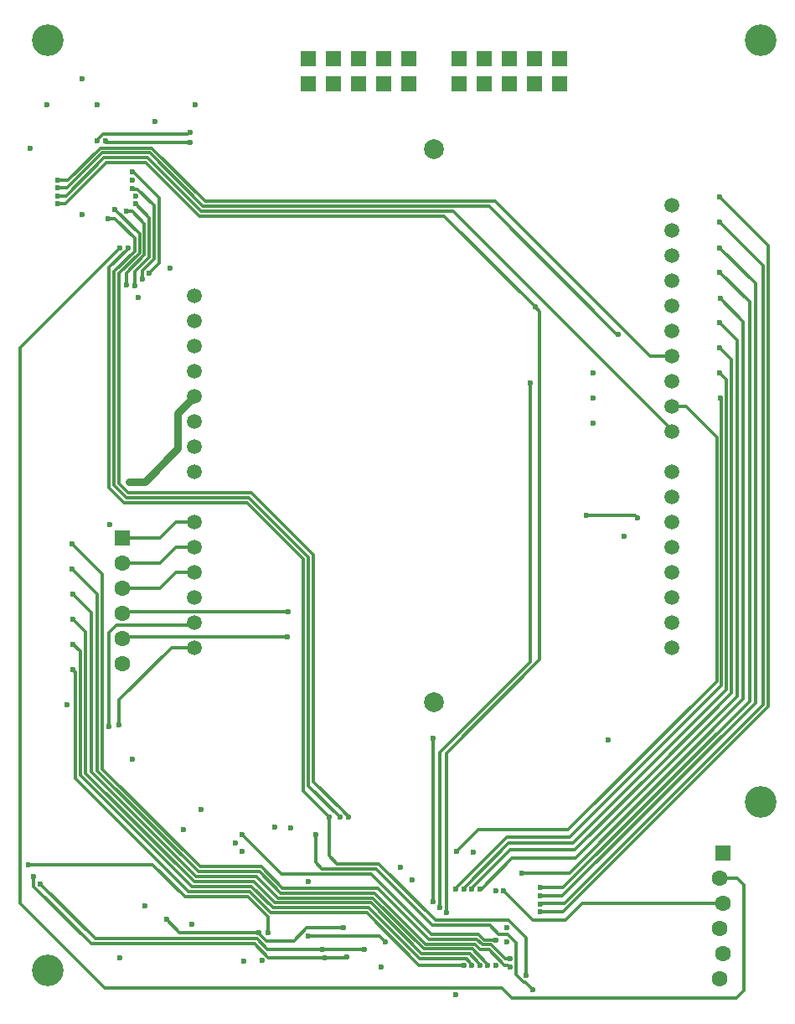
<source format=gbl>
G04*
G04 #@! TF.GenerationSoftware,Altium Limited,Altium Designer,19.0.14 (431)*
G04*
G04 Layer_Physical_Order=4*
G04 Layer_Color=16711680*
%FSLAX44Y44*%
%MOMM*%
G71*
G01*
G75*
%ADD50C,0.3000*%
%ADD53C,0.8000*%
%ADD56R,1.6000X1.6000*%
%ADD57C,2.0000*%
%ADD58C,1.5000*%
%ADD59C,3.2000*%
%ADD60R,1.6000X1.6000*%
%ADD61C,1.6000*%
%ADD62C,0.6000*%
D50*
X715780Y331986D02*
Y578858D01*
X565658Y181864D02*
X715780Y331986D01*
X474472Y181864D02*
X565658D01*
X449674Y807118D02*
X670400Y586392D01*
Y584190D02*
Y586392D01*
Y609590D02*
X685048D01*
X715780Y578858D01*
X72486Y237642D02*
X185574Y124554D01*
X267154Y103190D02*
X364039D01*
X78072Y239127D02*
X187645Y129554D01*
X269449Y108190D02*
X366110D01*
X83914Y240356D02*
X189716Y134554D01*
X272159Y113190D02*
X368181D01*
X89756Y241585D02*
X191787Y139554D01*
X275007Y118190D02*
X370252D01*
X95090Y243322D02*
X193858Y144554D01*
X277078Y123190D02*
X373634D01*
X255715Y144554D02*
X277078Y123190D01*
X193858Y144554D02*
X255715D01*
X253643Y139554D02*
X275007Y118190D01*
X191787Y139554D02*
X253643D01*
X250795Y134554D02*
X272159Y113190D01*
X189716Y134554D02*
X250795D01*
X248085Y129554D02*
X269449Y108190D01*
X187645Y129554D02*
X248085D01*
X245790Y124554D02*
X267154Y103190D01*
X185574Y124554D02*
X245790D01*
X614680Y683006D02*
X616204D01*
X485568Y812118D02*
X614680Y683006D01*
X116922Y512826D02*
X241046D01*
X101848Y527900D02*
Y750008D01*
X118993Y517826D02*
X243117D01*
X106848Y529971D02*
Y746200D01*
X101848Y527900D02*
X116922Y512826D01*
X106848Y529971D02*
X118993Y517826D01*
X121064Y522826D02*
X245188D01*
X111848Y532042D02*
X121064Y522826D01*
X111848Y532042D02*
Y744129D01*
X128364Y814314D02*
X142404Y800274D01*
Y760543D02*
Y800274D01*
X137404Y762614D02*
Y794100D01*
X124810Y806694D02*
X137404Y794100D01*
X119220Y806694D02*
X124810D01*
X127404Y766757D02*
Y779630D01*
X107696Y799338D02*
X127404Y779630D01*
X100838Y799338D02*
X107696D01*
X243719Y119554D02*
X265083Y98190D01*
X182028Y119554D02*
X243719D01*
X67404Y234178D02*
X182028Y119554D01*
X241648Y114554D02*
X262128Y94074D01*
X178148Y114554D02*
X241648D01*
X145636Y147066D02*
X178148Y114554D01*
X736640Y133056D02*
X743204Y126492D01*
Y19812D02*
Y126492D01*
X735330Y11938D02*
X743204Y19812D01*
X767765Y306438D02*
Y772321D01*
X718914Y821173D02*
X767765Y772321D01*
X308356Y230632D02*
X337416Y201572D01*
X107696Y808736D02*
X132404Y784028D01*
X106848Y746200D02*
X127404Y766757D01*
X152404Y754280D02*
Y820542D01*
X147404Y758472D02*
Y812726D01*
X265083Y98190D02*
X361968D01*
X303356Y226488D02*
X334772Y195072D01*
X303356Y226488D02*
Y457587D01*
X243117Y517826D02*
X303356Y457587D01*
X245188Y522826D02*
X308356Y459658D01*
X111848Y744129D02*
X132404Y764685D01*
X308356Y230632D02*
Y459658D01*
X298196Y221234D02*
Y455676D01*
X241046Y512826D02*
X298196Y455676D01*
X371174Y142668D02*
X428418Y85424D01*
X261595Y61076D02*
X359632D01*
X262524Y53076D02*
X341724D01*
X25400Y124666D02*
X83334Y66732D01*
X248868D01*
X262524Y53076D01*
X504662Y76802D02*
X513136Y68328D01*
Y35686D02*
Y68328D01*
Y35686D02*
X520525Y28297D01*
X522117D01*
X529844Y20570D01*
X126120Y846826D02*
X152404Y820542D01*
X125570Y846826D02*
X126120D01*
X130642Y829488D02*
X147404Y812726D01*
X125632Y829488D02*
X130642D01*
X125058Y830062D02*
X125632Y829488D01*
X343865Y195123D02*
Y195172D01*
Y195123D02*
X343916Y195072D01*
X428418Y85424D02*
X486850D01*
X495472Y76802D01*
X504662D01*
X101848Y750008D02*
X120904Y769064D01*
Y769874D01*
X32258Y127000D02*
X87526Y71732D01*
X250939D01*
X261595Y61076D01*
X25400Y124666D02*
Y134874D01*
X337464Y201572D02*
X343865Y195172D01*
X301244Y82804D02*
X338836D01*
X288290Y69850D02*
X301244Y82804D01*
X260584Y69850D02*
X288290D01*
X254738Y75696D02*
X260584Y69850D01*
X254738Y75696D02*
Y75920D01*
X253238Y77420D02*
X254738Y75920D01*
X253238Y77420D02*
Y78232D01*
X452882Y160274D02*
X474472Y181864D01*
X19812Y147066D02*
X145636D01*
X12042Y107338D02*
Y669394D01*
Y107338D02*
X97282Y22098D01*
X12042Y669394D02*
X112776Y770128D01*
X527050Y351241D02*
Y633222D01*
X435864Y260055D02*
X527050Y351241D01*
X532384Y710184D02*
X536702Y705866D01*
X435864Y103378D02*
Y260055D01*
X440450Y802118D02*
X532384Y710184D01*
X98806Y855980D02*
X138684D01*
X192546Y802118D01*
X57346Y814520D02*
X98806Y855980D01*
X192546Y802118D02*
X440450D01*
X49422Y814520D02*
X57346D01*
X442468Y98552D02*
Y259588D01*
X380586Y68570D02*
Y68824D01*
X374998Y74412D02*
X380586Y68824D01*
X302862Y74412D02*
X374998D01*
X536702Y353822D02*
Y705866D01*
X442468Y259588D02*
X536702Y353822D01*
X429260Y109220D02*
Y262382D01*
X429514Y262636D01*
Y274828D01*
X324104Y155702D02*
X332138Y147668D01*
X324104Y155702D02*
Y195326D01*
X332138Y147668D02*
X374048D01*
X431292Y90424D01*
X316818Y142668D02*
X371174D01*
X431292Y90424D02*
X505592D01*
X522986Y73030D01*
Y35028D02*
Y73030D01*
X475183Y76636D02*
X480953Y70866D01*
X427554Y76636D02*
X475183D01*
X473112Y71636D02*
X478882Y65866D01*
X425188Y71636D02*
X473112D01*
X471041Y66636D02*
X476811Y60866D01*
X421806Y66636D02*
X471041D01*
X468970Y61636D02*
X482778Y47828D01*
X419735Y61636D02*
X468970D01*
X465970Y56636D02*
X474778Y47828D01*
X417664Y56636D02*
X465970D01*
X462970Y51636D02*
X466778Y47828D01*
X415593Y51636D02*
X462970D01*
X364039Y103190D02*
X415593Y51636D01*
X366110Y108190D02*
X417664Y56636D01*
X368181Y113190D02*
X419735Y61636D01*
X370252Y118190D02*
X421806Y66636D01*
X373634Y123190D02*
X425188Y71636D01*
X366522Y137668D02*
X427554Y76636D01*
X310388Y149098D02*
Y176784D01*
Y149098D02*
X316818Y142668D01*
X501488Y45118D02*
X504324D01*
X485740Y60866D02*
X501488Y45118D01*
X480953Y70866D02*
X492216D01*
X478882Y65866D02*
X487811D01*
X476811Y60866D02*
X485740D01*
X415022Y45136D02*
X460278D01*
X361968Y98190D02*
X415022Y45136D01*
X275590Y137668D02*
X366522D01*
X506898Y161788D02*
X572610D01*
X469778Y124668D02*
X506898Y161788D01*
X670400Y584190D02*
X671365Y585155D01*
X466778Y47448D02*
Y47828D01*
Y47448D02*
X468278Y45948D01*
Y45136D02*
Y45948D01*
X482778Y47448D02*
Y47828D01*
X474778Y47448D02*
Y47828D01*
X508508Y11938D02*
X735330D01*
X498348Y22098D02*
X508508Y11938D01*
X97282Y22098D02*
X498348D01*
X504324Y45118D02*
X505824Y43618D01*
X506636D01*
X482778Y47448D02*
X484278Y45948D01*
Y45136D02*
Y45948D01*
X474778Y47448D02*
X476278Y45948D01*
Y45136D02*
Y45948D01*
X487811Y65866D02*
X502044Y51633D01*
X236474Y176784D02*
X275590Y137668D01*
X718914Y133056D02*
X736640D01*
X142334Y744210D02*
X152404Y754280D01*
X135730Y746798D02*
X147404Y758472D01*
X128110Y746249D02*
X142404Y760543D01*
X119220Y744430D02*
X137404Y762614D01*
X132404Y764685D02*
Y784028D01*
X135730Y738114D02*
Y746798D01*
X128110Y732018D02*
Y746249D01*
X119220Y732272D02*
Y744430D01*
X112014Y313182D02*
X164582Y365750D01*
X112014Y288290D02*
Y313182D01*
X101346Y286512D02*
X101600Y286258D01*
X95090Y243322D02*
Y440426D01*
X89756Y241585D02*
Y420360D01*
X83914Y240356D02*
Y401818D01*
X164582Y365750D02*
X187800D01*
X108966Y388620D02*
X180043D01*
X180277Y388854D01*
X185504D01*
X187800Y391150D01*
X101346Y381000D02*
X108966Y388620D01*
X101346Y286512D02*
Y381000D01*
X262128Y77978D02*
Y94074D01*
X298196Y221234D02*
X324104Y195326D01*
X337416Y201572D02*
X337464D01*
X116758Y402150D02*
X282702D01*
X635403Y496814D02*
X636110D01*
X632853Y499364D02*
X635403Y496814D01*
X584200Y499364D02*
X632853D01*
X282702Y402150D02*
X282956D01*
X116758Y376750D02*
X281686D01*
X500380Y120396D02*
Y120650D01*
Y120396D02*
X530098Y90678D01*
X562815D01*
X579793Y107656D01*
X722089D01*
X140755Y860980D02*
X194617Y807118D01*
X142826Y865980D02*
X196688Y812118D01*
X194617Y807118D02*
X449674D01*
X196688Y812118D02*
X485568D01*
X491998Y817118D02*
X648726Y660390D01*
X198759Y817118D02*
X491998D01*
X144897Y870980D02*
X198759Y817118D01*
X648726Y660390D02*
X670400D01*
X92593Y870980D02*
X144897D01*
X60133Y838520D02*
X92593Y870980D01*
X49422Y838520D02*
X60133D01*
X94664Y865980D02*
X142826D01*
X59204Y830520D02*
X94664Y865980D01*
X49422Y830520D02*
X59204D01*
X96735Y860980D02*
X140755D01*
X58275Y822520D02*
X96735Y860980D01*
X49422Y822520D02*
X58275D01*
X172930Y78232D02*
X253238D01*
X159606Y91556D02*
X172930Y78232D01*
X89756Y878322D02*
Y878878D01*
X95446Y884568D01*
X180788D01*
X182924Y886704D01*
X183736D01*
X98392Y876544D02*
X183736D01*
X98138Y876290D02*
X98392Y876544D01*
X98138Y876290D02*
Y878068D01*
X64356Y445760D02*
X89756Y420360D01*
X65372D02*
X83914Y401818D01*
X78072Y239127D02*
Y382260D01*
X65372Y394960D02*
X78072Y382260D01*
X65372Y369560D02*
X72486Y362446D01*
Y237642D02*
Y362446D01*
X65372Y343348D02*
X67404Y341316D01*
X65372Y343348D02*
Y344160D01*
X67404Y234178D02*
Y341316D01*
X115156Y476748D02*
X153510D01*
X169512Y492750D02*
X187800D01*
X153510Y476748D02*
X169512Y492750D01*
X115156Y451348D02*
X153510D01*
X169512Y467350D02*
X187800D01*
X153510Y451348D02*
X169512Y467350D01*
X153510Y425948D02*
X169512Y441950D01*
X187800D01*
X115156Y425948D02*
X153510D01*
X115156Y400548D02*
X116758Y402150D01*
X115156Y375148D02*
X116758Y376750D01*
X64356Y471160D02*
X95090Y440426D01*
X502044Y51633D02*
X506621D01*
X506636Y51618D01*
X537812Y99178D02*
X560505D01*
X767765Y306438D01*
X537050Y107432D02*
X561688D01*
X762765Y308509D02*
Y751921D01*
X561688Y107432D02*
X762765Y308509D01*
X718914Y795772D02*
X762765Y751921D01*
X755308Y710174D02*
X755308Y314045D01*
X754800Y734232D02*
X755308Y710174D01*
X718914Y770118D02*
X754800Y734232D01*
X537812Y115306D02*
X559767D01*
X537050D02*
X537812D01*
X559767D02*
X754800Y310340D01*
X755308Y314045D01*
X537812Y123556D02*
X560153D01*
X560275Y123434D01*
X536796Y107178D02*
X537050Y107432D01*
X748795Y715345D02*
X748795Y312827D01*
X718914Y745226D02*
X748795Y715345D01*
X748795Y311955D02*
Y312827D01*
X560275Y123434D02*
X748795Y311955D01*
X742790Y695696D02*
X742790Y314442D01*
X566768Y138420D02*
X742790Y314442D01*
X519270Y138420D02*
X566768D01*
X736785Y676301D02*
X736785Y319776D01*
Y316565D02*
Y319776D01*
X573372Y153152D02*
X736785Y316565D01*
X509110Y153152D02*
X573372D01*
X572610Y161788D02*
X655160Y244338D01*
X570578Y168392D02*
X725780Y323594D01*
X505502Y168392D02*
X570578D01*
X461778Y124668D02*
X505502Y168392D01*
X503776Y174996D02*
X567530D01*
X453778Y124998D02*
X503776Y174996D01*
X453778Y124288D02*
Y124998D01*
X452278Y122788D02*
X453778Y124288D01*
X452278Y121976D02*
Y122788D01*
X461778Y124288D02*
Y124668D01*
X460278Y122788D02*
X461778Y124288D01*
X460278Y121976D02*
Y122788D01*
X655160Y244338D02*
X730780Y319958D01*
X469778Y124288D02*
Y124668D01*
X468278Y122788D02*
X469778Y124288D01*
X468278Y121976D02*
Y122788D01*
X476278Y121976D02*
X476786D01*
X477360Y121402D01*
X509110Y153152D01*
X730780Y319958D02*
Y656906D01*
X725780Y323594D02*
Y636506D01*
X720780Y328246D02*
Y616360D01*
X719168Y617972D02*
X720780Y616360D01*
X567530Y174996D02*
X720780Y328246D01*
X718914Y643372D02*
X725780Y636506D01*
X718914Y668772D02*
X730780Y656906D01*
X718914Y694172D02*
X736785Y676301D01*
X719168Y719318D02*
X742790Y695696D01*
X359632Y61076D02*
X359758Y60950D01*
X341724Y53076D02*
X342232Y53584D01*
D53*
X170942Y567182D02*
Y602892D01*
X187800Y619750D01*
X137668Y533908D02*
X170942Y567182D01*
X121412Y533908D02*
X137668D01*
D56*
X404208Y960740D02*
D03*
X378808D02*
D03*
X353408D02*
D03*
X455008D02*
D03*
X480408D02*
D03*
X505808D02*
D03*
X302608D02*
D03*
X328008D02*
D03*
X556608D02*
D03*
X531208D02*
D03*
Y935340D02*
D03*
X556608D02*
D03*
X328008D02*
D03*
X302608D02*
D03*
X505808D02*
D03*
X480408D02*
D03*
X455008D02*
D03*
X353408D02*
D03*
X378808D02*
D03*
X404208D02*
D03*
D57*
X429608Y869940D02*
D03*
Y311140D02*
D03*
D58*
X187800Y492750D02*
D03*
Y467350D02*
D03*
Y441950D02*
D03*
Y416550D02*
D03*
Y391150D02*
D03*
Y365750D02*
D03*
X670400D02*
D03*
Y391150D02*
D03*
Y416550D02*
D03*
Y441950D02*
D03*
Y467350D02*
D03*
Y492750D02*
D03*
Y518150D02*
D03*
Y543550D02*
D03*
Y634990D02*
D03*
Y812790D02*
D03*
Y787390D02*
D03*
Y761990D02*
D03*
Y736590D02*
D03*
Y711190D02*
D03*
Y685790D02*
D03*
Y660390D02*
D03*
Y609590D02*
D03*
Y584190D02*
D03*
X187800Y721350D02*
D03*
Y695950D02*
D03*
Y670550D02*
D03*
Y645150D02*
D03*
Y619750D02*
D03*
Y594350D02*
D03*
Y568950D02*
D03*
Y543550D02*
D03*
D59*
X760000Y980000D02*
D03*
Y210000D02*
D03*
X40000Y40000D02*
D03*
Y980000D02*
D03*
D60*
X722089Y158456D02*
D03*
X115156Y476748D02*
D03*
D61*
X718914Y133056D02*
D03*
X722089Y107656D02*
D03*
X718914Y82256D02*
D03*
X722089Y56856D02*
D03*
X718914Y31456D02*
D03*
X115156Y451348D02*
D03*
Y425948D02*
D03*
Y400548D02*
D03*
Y375148D02*
D03*
Y349748D02*
D03*
D62*
X64356Y445760D02*
D03*
X65372Y420360D02*
D03*
Y394960D02*
D03*
Y369560D02*
D03*
Y344160D02*
D03*
X616204Y683006D02*
D03*
X64356Y471160D02*
D03*
X131147Y720160D02*
D03*
X121412Y533908D02*
D03*
X338836Y82804D02*
D03*
X452882Y160274D02*
D03*
X19812Y147066D02*
D03*
X606220Y272876D02*
D03*
X622218Y478796D02*
D03*
X591056Y643367D02*
D03*
Y617966D02*
D03*
X590802Y592574D02*
D03*
X527050Y633222D02*
D03*
X435864Y103378D02*
D03*
X532384Y710184D02*
D03*
X49422Y814520D02*
D03*
X442468Y98552D02*
D03*
X302862Y74412D02*
D03*
X380586Y68570D02*
D03*
X429514Y274828D02*
D03*
X429260Y109220D02*
D03*
X310388Y176784D02*
D03*
X529844Y20570D02*
D03*
X522986Y35028D02*
D03*
X407924Y131064D02*
D03*
X112776Y770128D02*
D03*
X120904Y769874D02*
D03*
X101600Y286258D02*
D03*
X112014Y288290D02*
D03*
X125570Y252984D02*
D03*
X262128Y77978D02*
D03*
X25400Y134874D02*
D03*
X32258Y127000D02*
D03*
X163322Y749554D02*
D03*
X128624Y822314D02*
D03*
X100838Y799338D02*
D03*
X107696Y808736D02*
D03*
X343916Y195072D02*
D03*
X334772D02*
D03*
X324104Y195326D02*
D03*
X584200Y499364D02*
D03*
X282702Y402150D02*
D03*
X281686Y376750D02*
D03*
X500380Y120650D02*
D03*
X303022Y130048D02*
D03*
X396240Y144526D02*
D03*
X469900Y159258D02*
D03*
X492216Y70866D02*
D03*
X236474Y176784D02*
D03*
X59182Y308356D02*
D03*
X21844Y870204D02*
D03*
X38862Y914654D02*
D03*
X148336Y897636D02*
D03*
X49422Y838520D02*
D03*
Y830520D02*
D03*
Y822520D02*
D03*
X253238Y78232D02*
D03*
X159606Y91556D02*
D03*
X503692Y68580D02*
D03*
X177038Y182372D02*
D03*
X137668Y104770D02*
D03*
X237998Y49530D02*
D03*
X89756Y878322D02*
D03*
X183736Y886704D02*
D03*
X98138Y878068D02*
D03*
X183736Y876544D02*
D03*
X188816Y914898D02*
D03*
X74008Y941060D02*
D03*
X184950Y86604D02*
D03*
X125570Y846826D02*
D03*
X128364Y814314D02*
D03*
X128110Y732018D02*
D03*
X119220Y806694D02*
D03*
X90010Y914898D02*
D03*
X119220Y732272D02*
D03*
X142334Y744210D02*
D03*
X125058Y830062D02*
D03*
X135730Y738114D02*
D03*
X125058Y838696D02*
D03*
X74516Y803650D02*
D03*
X112870Y52568D02*
D03*
X636110Y496814D02*
D03*
X376268Y43678D02*
D03*
X506636Y51618D02*
D03*
Y43618D02*
D03*
X492278Y45136D02*
D03*
X484278D02*
D03*
X476278D02*
D03*
X468278D02*
D03*
X460278D02*
D03*
X101948Y490718D02*
D03*
X452218Y15484D02*
D03*
X492216Y120770D02*
D03*
X503522Y83302D02*
D03*
X537812Y99178D02*
D03*
X718914Y821173D02*
D03*
X537812Y115306D02*
D03*
Y123556D02*
D03*
Y107178D02*
D03*
X452278Y121976D02*
D03*
X460278D02*
D03*
X468278D02*
D03*
X476278D02*
D03*
X519270Y138420D02*
D03*
X719168Y617972D02*
D03*
X718914Y745226D02*
D03*
Y795772D02*
D03*
Y770118D02*
D03*
X719168Y719318D02*
D03*
X718914Y694172D02*
D03*
Y668772D02*
D03*
Y643372D02*
D03*
X317186Y61076D02*
D03*
X359758Y60950D02*
D03*
X319880Y53076D02*
D03*
X342232Y53584D02*
D03*
X256380Y50028D02*
D03*
X235804Y160520D02*
D03*
X269080Y184394D02*
D03*
X285082Y183632D02*
D03*
X194404Y202682D02*
D03*
X229710Y168770D02*
D03*
M02*

</source>
